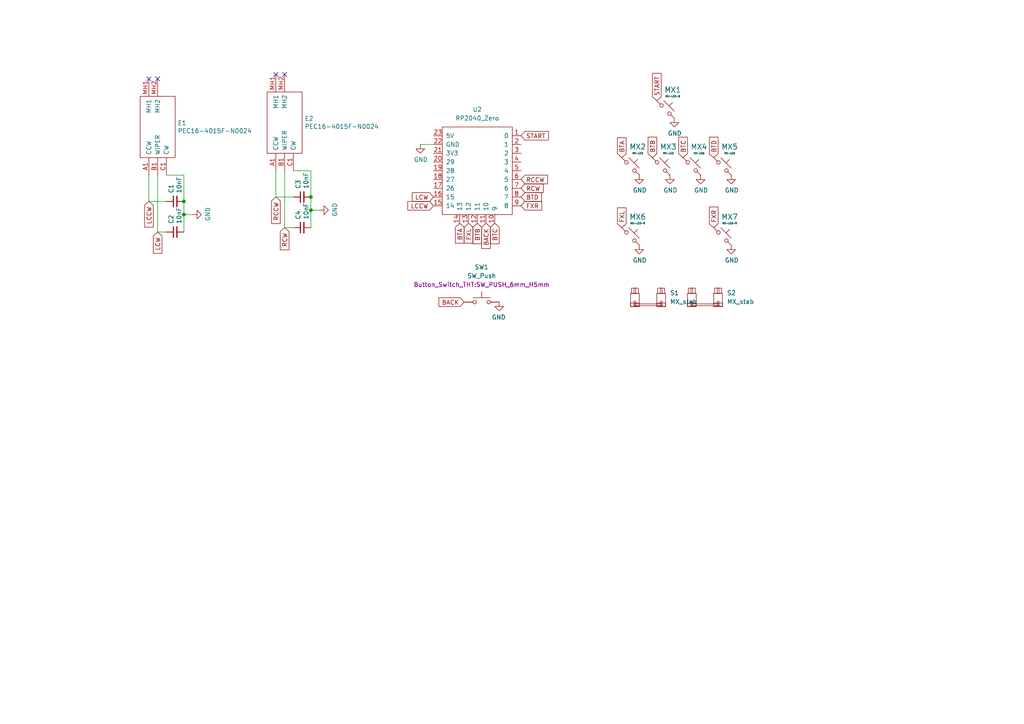
<source format=kicad_sch>
(kicad_sch (version 20250114) (generator "eeschema") (generator_version "9.0")
  (paper "A4")
  (lib_symbols
    (symbol "Device:C_Small" (pin_numbers (hide yes)) (pin_names (offset 0.254) (hide yes))
      (property "Reference" "C" (at 0.254 1.778 0))
      (property "Value" "C_Small" (at 0.254 -2.032 0))
      (symbol "C_Small_0_1"
        (polyline (pts (xy -1.524 0.508) (xy 1.524 0.508)) (stroke (width 0.3048)))
        (polyline (pts (xy -1.524 -0.508) (xy 1.524 -0.508)) (stroke (width 0.3302)))
      )
      (symbol "C_Small_1_1"
        (pin passive line (at 0 2.54 270) (length 2.032) (name "~") (number "1"))
        (pin passive line (at 0 -2.54 90) (length 2.032) (name "~") (number "2"))
      )
    )
    (symbol "PCM_marbastlib-mx:MX_stab" (pin_names (offset 1.016))
      (property "Reference" "S" (at -5.08 6.35 0))
      (property "Value" "MX_stab" (at -5.08 3.81 0))
      (symbol "MX_stab_0_1"
        (rectangle (start -5.08 1.27) (end -2.54 -2.54))
        (rectangle (start -5.08 -1.524) (end -2.54 -2.54))
        (rectangle (start -4.826 2.794) (end -2.794 1.27))
        (rectangle (start -4.064 1.27) (end -3.556 2.794))
        (rectangle (start -4.064 -1.778) (end 4.064 -2.286))
        (rectangle (start -4.064 -2.286) (end -3.556 -1.016))
        (rectangle (start 2.54 1.27) (end 5.08 -2.54))
        (rectangle (start 2.54 -1.524) (end 5.08 -2.54))
        (rectangle (start 2.794 2.794) (end 4.826 1.27))
        (rectangle (start 3.556 1.27) (end 4.064 2.794))
        (rectangle (start 4.064 -2.286) (end 3.556 -1.016))
      )
    )
    (symbol "PEC16-4015F-N0024:PEC16-4015F-N0024" (pin_names (offset 0.762))
      (property "Reference" "C" (at 24.13 7.62 0))
      (property "Value" "PEC16-4015F-N0024" (at 24.13 5.08 0))
      (symbol "PEC16-4015F-N0024_0_0"
        (pin passive line (at 0 0 0) (length 5.08) (name "CCW") (number "A1"))
        (pin passive line (at 0 -2.54 0) (length 5.08) (name "WIPER") (number "B1"))
        (pin passive line (at 0 -5.08 0) (length 5.08) (name "CW") (number "C1"))
        (pin passive line (at 27.94 0 180) (length 5.08) (name "MH1") (number "MH1"))
        (pin passive line (at 27.94 -2.54 180) (length 5.08) (name "MH2") (number "MH2"))
      )
      (symbol "PEC16-4015F-N0024_0_1"
        (polyline (pts (xy 5.08 2.54) (xy 22.86 2.54) (xy 22.86 -7.62) (xy 5.08 -7.62) (xy 5.08 2.54)) (stroke (width 0.1524)))
      )
    )
    (symbol "ScottoKeebs:MCU_RP2040_Zero" (pin_names (offset 1.016))
      (property "Reference" "U" (at 0 15.24 0))
      (property "Value" "RP2040_Zero" (at 0 12.7 0))
      (symbol "MCU_RP2040_Zero_0_1"
        (rectangle (start -10.16 11.43) (end 10.16 -13.97))
      )
      (symbol "MCU_RP2040_Zero_1_1"
        (pin power_out line (at -12.7 8.89 0) (length 2.54) (name "5V") (number "23"))
        (pin power_out line (at -12.7 6.35 0) (length 2.54) (name "GND") (number "22"))
        (pin power_out line (at -12.7 3.81 0) (length 2.54) (name "3V3") (number "21"))
        (pin bidirectional line (at -12.7 1.27 0) (length 2.54) (name "29") (number "20"))
        (pin bidirectional line (at -12.7 -1.27 0) (length 2.54) (name "28") (number "19"))
        (pin bidirectional line (at -12.7 -3.81 0) (length 2.54) (name "27") (number "18"))
        (pin bidirectional line (at -12.7 -6.35 0) (length 2.54) (name "26") (number "17"))
        (pin bidirectional line (at -12.7 -8.89 0) (length 2.54) (name "15") (number "16"))
        (pin bidirectional line (at -12.7 -11.43 0) (length 2.54) (name "14") (number "15"))
        (pin bidirectional line (at -5.08 -16.51 90) (length 2.54) (name "13") (number "14"))
        (pin bidirectional line (at -2.54 -16.51 90) (length 2.54) (name "12") (number "13"))
        (pin bidirectional line (at 0 -16.51 90) (length 2.54) (name "11") (number "12"))
        (pin bidirectional line (at 2.54 -16.51 90) (length 2.54) (name "10") (number "11"))
        (pin bidirectional line (at 5.08 -16.51 90) (length 2.54) (name "9") (number "10"))
        (pin bidirectional line (at 12.7 8.89 180) (length 2.54) (name "0") (number "1"))
        (pin bidirectional line (at 12.7 6.35 180) (length 2.54) (name "1") (number "2"))
        (pin bidirectional line (at 12.7 3.81 180) (length 2.54) (name "2") (number "3"))
        (pin bidirectional line (at 12.7 1.27 180) (length 2.54) (name "3") (number "4"))
        (pin bidirectional line (at 12.7 -1.27 180) (length 2.54) (name "4") (number "5"))
        (pin bidirectional line (at 12.7 -3.81 180) (length 2.54) (name "5") (number "6"))
        (pin bidirectional line (at 12.7 -6.35 180) (length 2.54) (name "6") (number "7"))
        (pin bidirectional line (at 12.7 -8.89 180) (length 2.54) (name "7") (number "8"))
        (pin bidirectional line (at 12.7 -11.43 180) (length 2.54) (name "8") (number "9"))
      )
    )
    (symbol "Switch:SW_Push" (pin_numbers (hide yes)) (pin_names (offset 1.016) (hide yes))
      (property "Reference" "SW" (at 1.27 2.54 0))
      (property "Value" "SW_Push" (at 0 -1.524 0))
      (symbol "SW_Push_0_1"
        (circle (center -2.032 0) (radius 0.508))
        (polyline (pts (xy 0 1.27) (xy 0 3.048)))
        (circle (center 2.032 0) (radius 0.508))
        (polyline (pts (xy 2.54 1.27) (xy -2.54 1.27)))
        (pin passive line (at -5.08 0 0) (length 2.54) (name "1") (number "1"))
        (pin passive line (at 5.08 0 180) (length 2.54) (name "2") (number "2"))
      )
    )
    (symbol "Switch:SW_Push_45deg" (pin_numbers (hide yes)) (pin_names (offset 1.016) (hide yes))
      (property "Reference" "SW" (at 3.048 1.016 0))
      (property "Value" "SW_Push_45deg" (at 0 -3.81 0))
      (symbol "SW_Push_45deg_0_1"
        (polyline (pts (xy -2.54 2.54) (xy -1.524 1.524) (xy -1.524 1.524)))
        (circle (center -1.1684 1.1684) (radius 0.508))
        (polyline (pts (xy -0.508 2.54) (xy 2.54 -0.508)))
        (polyline (pts (xy 1.016 1.016) (xy 2.032 2.032)))
        (circle (center 1.143 -1.1938) (radius 0.508))
        (polyline (pts (xy 1.524 -1.524) (xy 2.54 -2.54) (xy 2.54 -2.54) (xy 2.54 -2.54)))
        (pin passive line (at -2.54 2.54 0) (length 0) (name "1") (number "1"))
        (pin passive line (at 2.54 -2.54 180) (length 0) (name "2") (number "2"))
      )
    )
    (symbol "power:GND" (power) (pin_numbers (hide yes)) (pin_names (offset 0) (hide yes))
      (property "Value" "GND" (at 0 -3.81 0))
      (symbol "GND_0_1"
        (polyline (pts (xy 0 0) (xy 0 -1.27) (xy 1.27 -1.27) (xy 0 -2.54) (xy -1.27 -1.27) (xy 0 -1.27)))
      )
      (symbol "GND_1_1"
        (pin power_in line (at 0 0 270) (length 0) (name "~") (number "1"))
      )
    )
  )
  (junction (at 53.34 62.23))
  (junction (at 53.34 58.42))
  (junction (at 90.17 60.96))
  (junction (at 90.17 57.15))
  (no_connect (at 82.55 21.59))
  (no_connect (at 43.18 22.86))
  (no_connect (at 80.01 21.59))
  (no_connect (at 45.72 22.86))
  (wire (pts (xy 80.01 57.15) (xy 85.09 57.15)))
  (wire (pts (xy 53.34 62.23) (xy 55.88 62.23)))
  (wire (pts (xy 80.01 49.53) (xy 80.01 57.15)))
  (wire (pts (xy 90.17 57.15) (xy 90.17 60.96)))
  (wire (pts (xy 121.92 41.91) (xy 125.73 41.91)))
  (wire (pts (xy 48.26 50.8) (xy 53.34 50.8)))
  (wire (pts (xy 45.72 50.8) (xy 45.72 67.31)))
  (wire (pts (xy 45.72 67.31) (xy 48.26 67.31)))
  (wire (pts (xy 53.34 67.31) (xy 53.34 62.23)))
  (wire (pts (xy 43.18 58.42) (xy 48.26 58.42)))
  (wire (pts (xy 90.17 60.96) (xy 90.17 66.04)))
  (wire (pts (xy 53.34 62.23) (xy 53.34 58.42)))
  (wire (pts (xy 90.17 57.15) (xy 90.17 49.53)))
  (wire (pts (xy 90.17 60.96) (xy 92.71 60.96)))
  (wire (pts (xy 85.09 49.53) (xy 90.17 49.53)))
  (wire (pts (xy 82.55 66.04) (xy 85.09 66.04)))
  (wire (pts (xy 43.18 50.8) (xy 43.18 58.42)))
  (wire (pts (xy 53.34 58.42) (xy 53.34 50.8)))
  (wire (pts (xy 82.55 49.53) (xy 82.55 66.04)))
  (global_label "BTA" (shape input) (at 133.35 64.77 270) (property "Intersheetrefs" "${INTERSHEET_REFS}" (effects (hide yes))))
  (global_label "BTA" (shape input) (at 180.34 45.72 90) (property "Intersheetrefs" "${INTERSHEET_REFS}" (effects (hide yes))))
  (global_label "LCW" (shape input) (at 45.72 67.31 270) (property "Intersheetrefs" "${INTERSHEET_REFS}" (effects (hide yes))))
  (global_label "BTB" (shape input) (at 138.43 64.77 270) (property "Intersheetrefs" "${INTERSHEET_REFS}" (effects (hide yes))))
  (global_label "RCW" (shape input) (at 82.55 66.04 270) (property "Intersheetrefs" "${INTERSHEET_REFS}" (effects (hide yes))))
  (global_label "BTD" (shape input) (at 151.13 57.15 0) (property "Intersheetrefs" "${INTERSHEET_REFS}" (effects (hide yes))))
  (global_label "FXR" (shape input) (at 207.01 66.04 90) (property "Intersheetrefs" "${INTERSHEET_REFS}" (effects (hide yes))))
  (global_label "BACK" (shape input) (at 140.97 64.77 270) (property "Intersheetrefs" "${INTERSHEET_REFS}" (effects (hide yes))))
  (global_label "BTB" (shape input) (at 189.23 45.72 90) (property "Intersheetrefs" "${INTERSHEET_REFS}" (effects (hide yes))))
  (global_label "RCW" (shape input) (at 151.13 54.61 0) (property "Intersheetrefs" "${INTERSHEET_REFS}" (effects (hide yes))))
  (global_label "BTC" (shape input) (at 198.12 45.72 90) (property "Intersheetrefs" "${INTERSHEET_REFS}" (effects (hide yes))))
  (global_label "LCW" (shape input) (at 125.73 57.15 180) (property "Intersheetrefs" "${INTERSHEET_REFS}" (effects (hide yes))))
  (global_label "BTD" (shape input) (at 207.01 45.72 90) (property "Intersheetrefs" "${INTERSHEET_REFS}" (effects (hide yes))))
  (global_label "BTC" (shape input) (at 143.51 64.77 270) (property "Intersheetrefs" "${INTERSHEET_REFS}" (effects (hide yes))))
  (global_label "LCCW" (shape input) (at 43.18 58.42 270) (property "Intersheetrefs" "${INTERSHEET_REFS}" (effects (hide yes))))
  (global_label "BACK" (shape input) (at 134.62 87.63 180) (property "Intersheetrefs" "${INTERSHEET_REFS}" (effects (hide yes))))
  (global_label "RCCW" (shape input) (at 80.01 57.15 270) (property "Intersheetrefs" "${INTERSHEET_REFS}" (effects (hide yes))))
  (global_label "LCCW" (shape input) (at 125.73 59.69 180) (property "Intersheetrefs" "${INTERSHEET_REFS}" (effects (hide yes))))
  (global_label "RCCW" (shape input) (at 151.13 52.07 0) (property "Intersheetrefs" "${INTERSHEET_REFS}" (effects (hide yes))))
  (global_label "FXL" (shape input) (at 180.34 66.04 90) (property "Intersheetrefs" "${INTERSHEET_REFS}" (effects (hide yes))))
  (global_label "START" (shape input) (at 190.5 29.21 90) (property "Intersheetrefs" "${INTERSHEET_REFS}" (effects (hide yes))))
  (global_label "FXL" (shape input) (at 135.89 64.77 270) (property "Intersheetrefs" "${INTERSHEET_REFS}" (effects (hide yes))))
  (global_label "FXR" (shape input) (at 151.13 59.69 0) (property "Intersheetrefs" "${INTERSHEET_REFS}" (effects (hide yes))))
  (global_label "START" (shape input) (at 151.13 39.37 0) (property "Intersheetrefs" "${INTERSHEET_REFS}" (effects (hide yes))))
  (symbol (lib_id "Switch:SW_Push_45deg") (at 193.04 31.75 0) (unit 1)
    (property "Reference" "MX1" (at 195.1228 26.0604 0) (effects (font (size 1.524 1.524))))
    (property "Value" "MX-LED-B" (at 195.1228 27.94 0) (effects (font (size 0.508 0.508))))
    (property "Footprint" "PCM_marbastlib-mx:SW_MX_HS_CPG151101S11_1u" (effects (hide yes)))
    (property "Description" "Push button switch, normally open, two pins, 45° tilted" (effects (hide yes)))
    (property "LCSC" "C440444" (effects (hide yes)))
  )
  (symbol (lib_id "Switch:SW_Push_45deg") (at 182.88 48.26 0) (unit 1)
    (property "Reference" "MX2" (at 184.9628 42.5704 0) (effects (font (size 1.524 1.524))))
    (property "Value" "MX-LED" (at 184.9628 44.45 0) (effects (font (size 0.508 0.508))))
    (property "Footprint" "PCM_marbastlib-mx:SW_MX_HS_CPG151101S11_1.5u" (effects (hide yes)))
    (property "Description" "Push button switch, normally open, two pins, 45° tilted" (effects (hide yes)))
    (property "LCSC" "C26545" (effects (hide yes)))
  )
  (symbol (lib_id "Switch:SW_Push_45deg") (at 191.77 48.26 0) (unit 1)
    (property "Reference" "MX3" (at 193.8528 42.5704 0) (effects (font (size 1.524 1.524))))
    (property "Value" "MX-LED" (at 193.8528 44.45 0) (effects (font (size 0.508 0.508))))
    (property "Footprint" "PCM_marbastlib-mx:SW_MX_HS_CPG151101S11_1.5u" (effects (hide yes)))
    (property "Description" "Push button switch, normally open, two pins, 45° tilted" (effects (hide yes)))
    (property "LCSC" "C26545" (effects (hide yes)))
  )
  (symbol (lib_id "Switch:SW_Push_45deg") (at 200.66 48.26 0) (unit 1)
    (property "Reference" "MX4" (at 202.7428 42.5704 0) (effects (font (size 1.524 1.524))))
    (property "Value" "MX-LED" (at 202.7428 44.45 0) (effects (font (size 0.508 0.508))))
    (property "Footprint" "PCM_marbastlib-mx:SW_MX_HS_CPG151101S11_1.5u" (effects (hide yes)))
    (property "Description" "Push button switch, normally open, two pins, 45° tilted" (effects (hide yes)))
    (property "LCSC" "C26545" (effects (hide yes)))
  )
  (symbol (lib_id "Switch:SW_Push_45deg") (at 209.55 48.26 0) (unit 1)
    (property "Reference" "MX5" (at 211.6328 42.5704 0) (effects (font (size 1.524 1.524))))
    (property "Value" "MX-LED" (at 211.6328 44.45 0) (effects (font (size 0.508 0.508))))
    (property "Footprint" "PCM_marbastlib-mx:SW_MX_HS_CPG151101S11_1.5u" (effects (hide yes)))
    (property "Description" "Push button switch, normally open, two pins, 45° tilted" (effects (hide yes)))
    (property "LCSC" "C26545" (effects (hide yes)))
  )
  (symbol (lib_id "Switch:SW_Push_45deg") (at 182.88 68.58 0) (unit 1)
    (property "Reference" "MX6" (at 184.9628 62.8904 0) (effects (font (size 1.524 1.524))))
    (property "Value" "MX-LED-R" (at 184.9628 64.77 0) (effects (font (size 0.508 0.508))))
    (property "Footprint" "PCM_marbastlib-mx:SW_MX_HS_CPG151101S11_1u" (effects (hide yes)))
    (property "Description" "Push button switch, normally open, two pins, 45° tilted" (effects (hide yes)))
    (property "LCSC" "C440441" (effects (hide yes)))
  )
  (symbol (lib_id "Switch:SW_Push_45deg") (at 209.55 68.58 0) (unit 1)
    (property "Reference" "MX7" (at 211.6328 62.8904 0) (effects (font (size 1.524 1.524))))
    (property "Value" "MX-LED-R" (at 211.6328 64.77 0) (effects (font (size 0.508 0.508))))
    (property "Footprint" "PCM_marbastlib-mx:SW_MX_HS_CPG151101S11_1u" (effects (hide yes)))
    (property "Description" "Push button switch, normally open, two pins, 45° tilted" (effects (hide yes)))
    (property "LCSC" "C440441" (effects (hide yes)))
  )
  (symbol (lib_id "PEC16-4015F-N0024:PEC16-4015F-N0024") (at 43.18 50.8 90) (unit 1)
    (property "Reference" "E1" (at 51.5112 35.6616 90) (effects (justify right)))
    (property "Value" "PEC16-4015F-N0024" (at 51.5112 37.973 90) (effects (justify right)))
    (property "Footprint" "PEC16-4015F-N0024:PEC16-4015F-N0024-millmax" (effects (hide yes)))
    (property "Datasheet" "https://www.bourns.com/docs/Product-Datasheets/pec16.pdf" (effects (hide yes)))
    (property "Description" "Mechanical Encoder Rotary Incremental Flat 0.02N.m Straight Quadrature Digital Square Wave 24PPR Through Hole PC Pin" (effects (hide yes)))
    (property "Height" "21.5" (effects (hide yes)))
    (property "Mouser Part Number" "652-PEC16-4015FN0024" (effects (hide yes)))
    (property "Mouser Price/Stock" "https://www.mouser.co.uk/ProductDetail/Bourns/PEC16-4015F-N0024?qs=h2IHEVivlqBHjMMX4nV%252Bdg%3D%3D" (effects (hide yes)))
    (property "Manufacturer_Name" "Bourns" (effects (hide yes)))
    (property "Manufacturer_Part_Number" "PEC16-4015F-N0024" (effects (hide yes)))
  )
  (symbol (lib_id "PEC16-4015F-N0024:PEC16-4015F-N0024") (at 80.01 49.53 90) (unit 1)
    (property "Reference" "E2" (at 88.3412 34.3916 90) (effects (justify right)))
    (property "Value" "PEC16-4015F-N0024" (at 88.3412 36.703 90) (effects (justify right)))
    (property "Footprint" "PEC16-4015F-N0024:PEC16-4015F-N0024-millmax" (effects (hide yes)))
    (property "Datasheet" "https://www.bourns.com/docs/Product-Datasheets/pec16.pdf" (effects (hide yes)))
    (property "Description" "Mechanical Encoder Rotary Incremental Flat 0.02N.m Straight Quadrature Digital Square Wave 24PPR Through Hole PC Pin" (effects (hide yes)))
    (property "Height" "21.5" (effects (hide yes)))
    (property "Mouser Part Number" "652-PEC16-4015FN0024" (effects (hide yes)))
    (property "Mouser Price/Stock" "https://www.mouser.co.uk/ProductDetail/Bourns/PEC16-4015F-N0024?qs=h2IHEVivlqBHjMMX4nV%252Bdg%3D%3D" (effects (hide yes)))
    (property "Manufacturer_Name" "Bourns" (effects (hide yes)))
    (property "Manufacturer_Part_Number" "PEC16-4015F-N0024" (effects (hide yes)))
  )
  (symbol (lib_id "power:GND") (at 185.42 50.8 0) (unit 1)
    (property "Reference" "#PWR0101" (effects (hide yes)))
    (property "Value" "GND" (at 185.547 55.1942 0))
  )
  (symbol (lib_id "power:GND") (at 194.31 50.8 0) (unit 1)
    (property "Reference" "#PWR0102" (effects (hide yes)))
    (property "Value" "GND" (at 194.437 55.1942 0))
  )
  (symbol (lib_id "power:GND") (at 203.2 50.8 0) (unit 1)
    (property "Reference" "#PWR0103" (effects (hide yes)))
    (property "Value" "GND" (at 203.327 55.1942 0))
  )
  (symbol (lib_id "power:GND") (at 212.09 50.8 0) (unit 1)
    (property "Reference" "#PWR0104" (effects (hide yes)))
    (property "Value" "GND" (at 212.217 55.1942 0))
  )
  (symbol (lib_id "power:GND") (at 212.09 71.12 0) (unit 1)
    (property "Reference" "#PWR0105" (effects (hide yes)))
    (property "Value" "GND" (at 212.217 75.5142 0))
  )
  (symbol (lib_id "power:GND") (at 185.42 71.12 0) (unit 1)
    (property "Reference" "#PWR0106" (effects (hide yes)))
    (property "Value" "GND" (at 185.547 75.5142 0))
  )
  (symbol (lib_id "power:GND") (at 195.58 34.29 0) (unit 1)
    (property "Reference" "#PWR0107" (effects (hide yes)))
    (property "Value" "GND" (at 195.707 38.6842 0))
  )
  (symbol (lib_id "power:GND") (at 55.88 62.23 90) (unit 1)
    (property "Reference" "#PWR0108" (effects (hide yes)))
    (property "Value" "GND" (at 60.2742 62.103 0))
  )
  (symbol (lib_id "power:GND") (at 92.71 60.96 90) (unit 1)
    (property "Reference" "#PWR0109" (effects (hide yes)))
    (property "Value" "GND" (at 97.1042 60.833 0))
  )
  (symbol (lib_id "Device:C_Small") (at 50.8 67.31 90) (unit 1)
    (property "Reference" "C2" (at 49.6316 64.9732 0) (effects (justify left)))
    (property "Value" "10nF" (at 51.943 64.9732 0) (effects (justify left)))
    (property "Footprint" "Capacitor_SMD:C_1206_3216Metric_Pad1.33x1.80mm_HandSolder" (effects (hide yes)))
    (property "LCSC" "C57112" (effects (hide yes)))
  )
  (symbol (lib_id "Device:C_Small") (at 50.8 58.42 90) (unit 1)
    (property "Reference" "C1" (at 49.6316 56.0832 0) (effects (justify left)))
    (property "Value" "10nF" (at 51.943 56.0832 0) (effects (justify left)))
    (property "Footprint" "Capacitor_SMD:C_1206_3216Metric_Pad1.33x1.80mm_HandSolder" (effects (hide yes)))
    (property "LCSC" "C57112" (effects (hide yes)))
  )
  (symbol (lib_id "Device:C_Small") (at 87.63 66.04 90) (unit 1)
    (property "Reference" "C4" (at 86.4616 63.7032 0) (effects (justify left)))
    (property "Value" "10nF" (at 88.773 63.7032 0) (effects (justify left)))
    (property "Footprint" "Capacitor_SMD:C_1206_3216Metric_Pad1.33x1.80mm_HandSolder" (effects (hide yes)))
    (property "LCSC" "C57112" (effects (hide yes)))
  )
  (symbol (lib_id "Device:C_Small") (at 87.63 57.15 90) (unit 1)
    (property "Reference" "C3" (at 86.4616 54.8132 0) (effects (justify left)))
    (property "Value" "10nF" (at 88.773 54.8132 0) (effects (justify left)))
    (property "Footprint" "Capacitor_SMD:C_1206_3216Metric_Pad1.33x1.80mm_HandSolder" (effects (hide yes)))
    (property "LCSC" "C57112" (effects (hide yes)))
  )
  (symbol (lib_id "Switch:SW_Push") (at 139.7 87.63 0) (unit 1)
    (property "Reference" "SW1" (at 139.7 77.47 0))
    (property "Value" "SW_Push" (at 139.7 80.01 0))
    (property "Footprint" "Button_Switch_THT:SW_PUSH_6mm_H5mm" (at 139.7 82.55 0))
    (property "Description" "Push button switch, generic, two pins" (effects (hide yes)))
  )
  (symbol (lib_id "PCM_marbastlib-mx:MX_stab") (at 187.96 86.36 0) (unit 1)
    (property "Reference" "S1" (at 194.31 84.9629 0) (effects (justify left)))
    (property "Value" "MX_stab" (at 194.31 87.5029 0) (effects (justify left)))
    (property "Footprint" "PCM_marbastlib-mx:STAB_MX_P_2u" (effects (hide yes)))
    (property "Description" "Cherry MX-style stabilizer" (effects (hide yes)))
  )
  (symbol (lib_id "power:GND") (at 121.92 41.91 0) (unit 1)
    (property "Reference" "#PWR01" (effects (hide yes)))
    (property "Value" "GND" (at 122.047 46.3042 0))
  )
  (symbol (lib_id "ScottoKeebs:MCU_RP2040_Zero") (at 138.43 48.26 0) (unit 1)
    (property "Reference" "U2" (at 138.43 31.75 0))
    (property "Value" "RP2040_Zero" (at 138.43 34.29 0))
    (property "Footprint" "ScottoKeebs_MCU:RP2040_Zero" (effects (hide yes)))
  )
  (symbol (lib_id "power:GND") (at 144.78 87.63 0) (mirror y) (unit 1)
    (property "Reference" "#PWR02" (effects (hide yes)))
    (property "Value" "GND" (at 144.653 92.0242 0))
  )
  (symbol (lib_id "PCM_marbastlib-mx:MX_stab") (at 204.47 86.36 0) (unit 1)
    (property "Reference" "S2" (at 210.82 84.9629 0) (effects (justify left)))
    (property "Value" "MX_stab" (at 210.82 87.5029 0) (effects (justify left)))
    (property "Footprint" "PCM_marbastlib-mx:STAB_MX_P_2u" (effects (hide yes)))
    (property "Description" "Cherry MX-style stabilizer" (effects (hide yes)))
  )
)
</source>
